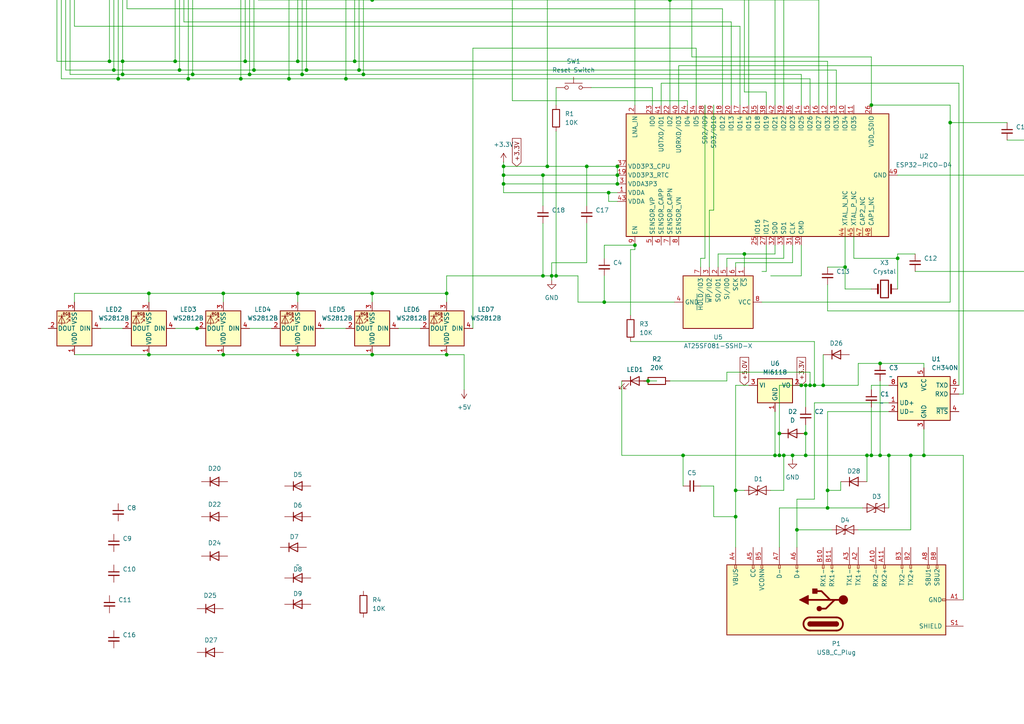
<source format=kicad_sch>
(kicad_sch (version 20231120) (generator "eeschema") (generator_version "8.0")
  (paper "A4")
  (junction (at 74.93 -20.32))
  (junction (at 300.99 -11.43))
  (junction (at 148.59 -49.53))
  (junction (at 38.1 -21.59))
  (junction (at 57.15 -41.91))
  (junction (at 33.02 20.32))
  (junction (at 193.04 -41.91))
  (junction (at 231.14 153.67))
  (junction (at 107.95 102.87))
  (junction (at 140.97 -49.53))
  (junction (at 88.9 20.32))
  (junction (at 74.93 -41.91))
  (junction (at 35.56 21.59))
  (junction (at 146.05 48.26))
  (junction (at 179.07 50.8))
  (junction (at 170.18 48.26))
  (junction (at 72.39 21.59))
  (junction (at 226.06 132.08))
  (junction (at 194.31 -20.32))
  (junction (at 233.68 132.08))
  (junction (at 57.15 -22.86))
  (junction (at 146.05 50.8))
  (junction (at 146.05 53.34))
  (junction (at 43.18 85.09))
  (junction (at 69.85 22.86))
  (junction (at 100.33 22.86))
  (junction (at 275.59 35.56))
  (junction (at 224.79 132.08))
  (junction (at 90.17 -24.13))
  (junction (at 245.11 77.47))
  (junction (at 257.81 132.08))
  (junction (at 213.36 142.24))
  (junction (at 31.75 17.78))
  (junction (at 107.95 -41.91))
  (junction (at 260.35 74.93))
  (junction (at 252.73 30.48))
  (junction (at 38.1 -41.91))
  (junction (at 86.36 85.09))
  (junction (at 129.54 85.09))
  (junction (at 300.99 50.8))
  (junction (at 267.97 132.08))
  (junction (at 184.15 71.12))
  (junction (at 228.6 -17.78))
  (junction (at 223.52 -20.32))
  (junction (at 87.63 21.59))
  (junction (at 64.77 102.87))
  (junction (at 54.61 22.86))
  (junction (at 226.06 125.73))
  (junction (at 300.99 63.5))
  (junction (at 215.9 73.66))
  (junction (at 71.12 17.78))
  (junction (at 252.73 132.08))
  (junction (at 67.31 -62.23))
  (junction (at 255.27 132.08))
  (junction (at 132.08 -44.45))
  (junction (at 240.03 147.32))
  (junction (at 251.46 132.08))
  (junction (at 55.88 21.59))
  (junction (at 158.75 48.26))
  (junction (at 179.07 48.26))
  (junction (at 132.08 -54.61))
  (junction (at 87.63 -41.91))
  (junction (at 104.14 20.32))
  (junction (at 255.27 105.41))
  (junction (at 64.77 85.09))
  (junction (at 261.62 -40.64))
  (junction (at 227.33 132.08))
  (junction (at 148.59 -53.34))
  (junction (at 50.8 17.78))
  (junction (at 107.95 85.09))
  (junction (at 132.08 -68.58))
  (junction (at 241.3 -20.32))
  (junction (at 102.87 17.78))
  (junction (at 85.09 -62.23))
  (junction (at 35.56 17.78))
  (junction (at 198.12 132.08))
  (junction (at 21.59 -21.59))
  (junction (at 179.07 53.34))
  (junction (at 107.95 0))
  (junction (at 232.41 111.76))
  (junction (at 34.29 -62.23))
  (junction (at 83.82 22.86))
  (junction (at 234.95 111.76))
  (junction (at 157.48 50.8))
  (junction (at 233.68 111.76))
  (junction (at 57.15 95.25))
  (junction (at 194.31 0))
  (junction (at 105.41 21.59))
  (junction (at 213.36 149.86))
  (junction (at 251.46 -25.4))
  (junction (at 86.36 102.87))
  (junction (at 160.02 80.01))
  (junction (at 233.68 125.73))
  (junction (at 43.18 102.87))
  (junction (at 52.07 20.32))
  (junction (at 157.48 80.01))
  (junction (at 240.03 142.24))
  (junction (at 229.87 132.08))
  (junction (at 300.99 -20.32))
  (junction (at 73.66 20.32))
  (junction (at 161.29 80.01))
  (junction (at 238.76 111.76))
  (junction (at 300.99 78.74))
  (junction (at 264.16 132.08))
  (junction (at 236.22 111.76))
  (junction (at 193.04 -20.32))
  (junction (at 236.22 -17.78))
  (junction (at 68.58 -62.23))
  (junction (at 129.54 102.87))
  (junction (at 200.66 -25.4))
  (junction (at 54.61 -62.23))
  (junction (at 187.96 110.49))
  (junction (at 107.95 -24.13))
  (junction (at 300.99 40.64))
  (junction (at 175.26 87.63))
  (junction (at 86.36 17.78))
  (junction (at 34.29 22.86))
  (junction (at 176.53 55.88))
  (wire (pts (xy 245.11 68.58) (xy 245.11 77.47)))
  (wire (pts (xy 219.71 -25.4) (xy 224.79 -25.4)))
  (wire (pts (xy 43.18 85.09) (xy 64.77 85.09)))
  (wire (pts (xy 251.46 -25.4) (xy 251.46 -69.85)))
  (wire (pts (xy 57.15 -17.78) (xy 54.61 -17.78)))
  (wire (pts (xy 279.4 173.99) (xy 279.4 132.08)))
  (wire (pts (xy 19.05 -8.89) (xy 19.05 20.32)))
  (wire (pts (xy 207.01 149.86) (xy 213.36 149.86)))
  (wire (pts (xy 86.36 85.09) (xy 107.95 85.09)))
  (wire (pts (xy 292.1 40.64) (xy 300.99 40.64)))
  (wire (pts (xy 25.4 -6.35) (xy 25.4 -21.59)))
  (wire (pts (xy 134.62 102.87) (xy 129.54 102.87)))
  (wire (pts (xy 279.4 19.05) (xy 279.4 114.3)))
  (wire (pts (xy 140.97 -55.88) (xy 140.97 -49.53)))
  (wire (pts (xy 196.85 19.05) (xy 196.85 30.48)))
  (wire (pts (xy 261.62 -40.64) (xy 300.99 -40.64)))
  (wire (pts (xy 184.15 72.39) (xy 184.15 71.12)))
  (wire (pts (xy 265.43 78.74) (xy 300.99 78.74)))
  (wire (pts (xy 57.15 -15.24) (xy 55.88 -15.24)))
  (wire (pts (xy 214.63 7.62) (xy 21.59 7.62)))
  (wire (pts (xy 222.25 71.12) (xy 222.25 78.74)))
  (wire (pts (xy 54.61 -62.23) (xy 67.31 -62.23)))
  (wire (pts (xy 57.15 -22.86) (xy 57.15 -41.91)))
  (wire (pts (xy 243.84 139.7) (xy 243.84 142.24)))
  (wire (pts (xy 220.98 87.63) (xy 275.59 87.63)))
  (wire (pts (xy 115.57 95.25) (xy 121.92 95.25)))
  (wire (pts (xy 86.36 102.87) (xy 64.77 102.87)))
  (wire (pts (xy 132.08 -41.91) (xy 132.08 -44.45)))
  (wire (pts (xy 52.07 20.32) (xy 73.66 20.32)))
  (wire (pts (xy 226.06 125.73) (xy 226.06 132.08)))
  (wire (pts (xy 224.79 73.66) (xy 215.9 73.66)))
  (wire (pts (xy 167.64 87.63) (xy 167.64 80.01)))
  (wire (pts (xy 21.59 -6.35) (xy 25.4 -6.35)))
  (wire (pts (xy 68.58 -62.23) (xy 85.09 -62.23)))
  (wire (pts (xy 87.63 -24.13) (xy 90.17 -24.13)))
  (wire (pts (xy 175.26 80.01) (xy 175.26 87.63)))
  (wire (pts (xy 74.93 -5.08) (xy 78.74 -5.08)))
  (wire (pts (xy 107.95 -11.43) (xy 104.14 -11.43)))
  (wire (pts (xy 236.22 111.76) (xy 238.76 111.76)))
  (wire (pts (xy 175.26 87.63) (xy 195.58 87.63)))
  (wire (pts (xy 176.53 55.88) (xy 179.07 55.88)))
  (wire (pts (xy 238.76 102.87) (xy 238.76 111.76)))
  (wire (pts (xy 223.52 80.01) (xy 232.41 80.01)))
  (wire (pts (xy 209.55 2.54) (xy 36.83 2.54)))
  (wire (pts (xy 100.33 -19.05) (xy 100.33 22.86)))
  (wire (pts (xy 170.18 48.26) (xy 170.18 59.69)))
  (wire (pts (xy 184.15 71.12) (xy 175.26 71.12)))
  (wire (pts (xy 21.59 85.09) (xy 43.18 85.09)))
  (wire (pts (xy 237.49 0) (xy 194.31 0)))
  (wire (pts (xy 180.34 132.08) (xy 198.12 132.08)))
  (wire (pts (xy 255.27 110.49) (xy 255.27 132.08)))
  (wire (pts (xy 213.36 76.2) (xy 213.36 77.47)))
  (wire (pts (xy 215.9 73.66) (xy 208.28 73.66)))
  (wire (pts (xy 57.15 -10.16) (xy 52.07 -10.16)))
  (wire (pts (xy 261.62 -40.64) (xy 261.62 -33.02)))
  (wire (pts (xy 229.87 -24.13) (xy 228.6 -24.13)))
  (wire (pts (xy 300.99 40.64) (xy 300.99 50.8)))
  (wire (pts (xy 17.78 -19.05) (xy 17.78 -62.23)))
  (wire (pts (xy 90.17 -21.59) (xy 85.09 -21.59)))
  (wire (pts (xy 87.63 -41.91) (xy 87.63 -24.13)))
  (wire (pts (xy 194.31 110.49) (xy 210.82 110.49)))
  (wire (pts (xy 73.66 -7.62) (xy 73.66 20.32)))
  (wire (pts (xy 207.01 140.97) (xy 207.01 149.86)))
  (wire (pts (xy 267.97 106.68) (xy 267.97 105.41)))
  (wire (pts (xy 232.41 -24.13) (xy 236.22 -24.13)))
  (wire (pts (xy 148.59 29.21) (xy 199.39 29.21)))
  (wire (pts (xy 180.34 110.49) (xy 180.34 132.08)))
  (wire (pts (xy 16.51 -11.43) (xy 16.51 17.78)))
  (wire (pts (xy 213.36 -41.91) (xy 213.36 -38.1)))
  (wire (pts (xy 146.05 46.99) (xy 146.05 48.26)))
  (wire (pts (xy 240.03 119.38) (xy 257.81 119.38)))
  (wire (pts (xy 275.59 35.56) (xy 292.1 35.56)))
  (wire (pts (xy 190.5 110.49) (xy 187.96 110.49)))
  (wire (pts (xy 217.17 -38.1) (xy 213.36 -38.1)))
  (wire (pts (xy 78.74 -5.08) (xy 78.74 -20.32)))
  (wire (pts (xy 67.31 -62.23) (xy 68.58 -62.23)))
  (wire (pts (xy 232.41 71.12) (xy 232.41 80.01)))
  (wire (pts (xy 182.88 91.44) (xy 182.88 72.39)))
  (wire (pts (xy 300.99 78.74) (xy 300.99 90.17)))
  (wire (pts (xy 38.1 -13.97) (xy 35.56 -13.97)))
  (wire (pts (xy 134.62 113.03) (xy 134.62 102.87)))
  (wire (pts (xy 257.81 132.08) (xy 257.81 147.32)))
  (wire (pts (xy 52.07 -10.16) (xy 52.07 20.32)))
  (wire (pts (xy 226.06 132.08) (xy 227.33 132.08)))
  (wire (pts (xy 132.08 -54.61) (xy 132.08 -44.45)))
  (wire (pts (xy 129.54 80.01) (xy 129.54 85.09)))
  (wire (pts (xy 194.31 -20.32) (xy 223.52 -20.32)))
  (wire (pts (xy 55.88 -15.24) (xy 55.88 21.59)))
  (wire (pts (xy 209.55 -25.4) (xy 200.66 -25.4)))
  (wire (pts (xy 137.16 13.97) (xy 201.93 13.97)))
  (wire (pts (xy 240.03 77.47) (xy 245.11 77.47)))
  (wire (pts (xy 107.95 -21.59) (xy 100.33 -21.59)))
  (wire (pts (xy 71.12 -10.16) (xy 71.12 17.78)))
  (wire (pts (xy 236.22 -24.13) (xy 236.22 -17.78)))
  (wire (pts (xy 252.73 113.03) (xy 252.73 111.76)))
  (wire (pts (xy 157.48 50.8) (xy 179.07 50.8)))
  (wire (pts (xy 267.97 124.46) (xy 267.97 132.08)))
  (wire (pts (xy 213.36 142.24) (xy 215.9 142.24)))
  (wire (pts (xy 255.27 105.41) (xy 248.92 105.41)))
  (wire (pts (xy 93.98 95.25) (xy 100.33 95.25)))
  (wire (pts (xy 68.58 -62.23) (xy 68.58 -60.96)))
  (wire (pts (xy 170.18 76.2) (xy 160.02 76.2)))
  (wire (pts (xy 107.95 0) (xy 74.93 0)))
  (wire (pts (xy 19.05 20.32) (xy 33.02 20.32)))
  (wire (pts (xy 179.07 58.42) (xy 176.53 58.42)))
  (wire (pts (xy 215.9 26.67) (xy 222.25 26.67)))
  (wire (pts (xy 54.61 -20.32) (xy 54.61 -62.23)))
  (wire (pts (xy 203.2 74.93) (xy 203.2 77.47)))
  (wire (pts (xy 224.79 71.12) (xy 224.79 73.66)))
  (wire (pts (xy 252.73 16.51) (xy 252.73 30.48)))
  (wire (pts (xy 241.3 -20.32) (xy 241.3 -17.78)))
  (wire (pts (xy 157.48 80.01) (xy 160.02 80.01)))
  (wire (pts (xy 93.98 -24.13) (xy 90.17 -24.13)))
  (wire (pts (xy 237.49 -40.64) (xy 261.62 -40.64)))
  (wire (pts (xy 227.33 -8.89) (xy 227.33 30.48)))
  (wire (pts (xy 252.73 132.08) (xy 255.27 132.08)))
  (wire (pts (xy 105.41 -16.51) (xy 105.41 21.59)))
  (wire (pts (xy 21.59 -41.91) (xy 38.1 -41.91)))
  (wire (pts (xy 223.52 142.24) (xy 227.33 142.24)))
  (wire (pts (xy 215.9 26.67) (xy 215.9 -53.34)))
  (wire (pts (xy 267.97 105.41) (xy 255.27 105.41)))
  (wire (pts (xy 50.8 -12.7) (xy 50.8 17.78)))
  (wire (pts (xy 260.35 73.66) (xy 260.35 74.93)))
  (wire (pts (xy 229.87 71.12) (xy 229.87 76.2)))
  (wire (pts (xy 158.75 -49.53) (xy 193.04 -49.53)))
  (wire (pts (xy 148.59 -49.53) (xy 148.59 29.21)))
  (wire (pts (xy 222.25 26.67) (xy 222.25 30.48)))
  (wire (pts (xy 200.66 -25.4) (xy 200.66 16.51)))
  (wire (pts (xy 232.41 111.76) (xy 233.68 111.76)))
  (wire (pts (xy 146.05 48.26) (xy 146.05 50.8)))
  (wire (pts (xy 64.77 85.09) (xy 64.77 87.63)))
  (wire (pts (xy 229.87 132.08) (xy 233.68 132.08)))
  (wire (pts (xy 170.18 48.26) (xy 179.07 48.26)))
  (wire (pts (xy 238.76 111.76) (xy 248.92 111.76)))
  (wire (pts (xy 193.04 -44.45) (xy 193.04 -41.91)))
  (wire (pts (xy 240.03 147.32) (xy 240.03 142.24)))
  (wire (pts (xy 237.49 30.48) (xy 237.49 0)))
  (wire (pts (xy 38.1 -41.91) (xy 57.15 -41.91)))
  (wire (pts (xy 232.41 -27.94) (xy 232.41 -24.13)))
  (wire (pts (xy 227.33 142.24) (xy 227.33 132.08)))
  (wire (pts (xy 215.9 -53.34) (xy 222.25 -53.34)))
  (wire (pts (xy 240.03 17.78) (xy 102.87 17.78)))
  (wire (pts (xy 231.14 153.67) (xy 241.3 153.67)))
  (wire (pts (xy 21.59 -21.59) (xy 25.4 -21.59)))
  (wire (pts (xy 189.23 -20.32) (xy 193.04 -20.32)))
  (wire (pts (xy 236.22 116.84) (xy 257.81 116.84)))
  (wire (pts (xy 86.36 17.78) (xy 102.87 17.78)))
  (wire (pts (xy 203.2 140.97) (xy 207.01 140.97)))
  (wire (pts (xy 132.08 -78.74) (xy 132.08 -68.58)))
  (wire (pts (xy 175.26 71.12) (xy 175.26 74.93)))
  (wire (pts (xy 208.28 73.66) (xy 208.28 77.47)))
  (wire (pts (xy 31.75 17.78) (xy 35.56 17.78)))
  (wire (pts (xy 57.15 -22.86) (xy 60.96 -22.86)))
  (wire (pts (xy 300.99 -40.64) (xy 300.99 -20.32)))
  (wire (pts (xy 227.33 -8.89) (xy 222.25 -8.89)))
  (wire (pts (xy 240.03 30.48) (xy 240.03 17.78)))
  (wire (pts (xy 86.36 85.09) (xy 86.36 87.63)))
  (wire (pts (xy 240.03 147.32) (xy 250.19 147.32)))
  (wire (pts (xy 161.29 38.1) (xy 161.29 80.01)))
  (wire (pts (xy 233.68 125.73) (xy 233.68 132.08)))
  (wire (pts (xy 87.63 -16.51) (xy 87.63 21.59)))
  (wire (pts (xy 86.36 -13.97) (xy 86.36 17.78)))
  (wire (pts (xy 71.12 17.78) (xy 86.36 17.78)))
  (wire (pts (xy 196.85 19.05) (xy 279.4 19.05)))
  (wire (pts (xy 251.46 -25.4) (xy 261.62 -25.4)))
  (wire (pts (xy 191.77 24.13) (xy 191.77 30.48)))
  (wire (pts (xy 107.95 -6.35) (xy 107.95 0)))
  (wire (pts (xy 57.15 95.25) (xy 58.42 95.25)))
  (wire (pts (xy 72.39 -12.7) (xy 72.39 21.59)))
  (wire (pts (xy 243.84 142.24) (xy 240.03 142.24)))
  (wire (pts (xy 93.98 -8.89) (xy 93.98 -24.13)))
  (wire (pts (xy 29.21 95.25) (xy 35.56 95.25)))
  (wire (pts (xy 74.93 -12.7) (xy 72.39 -12.7)))
  (wire (pts (xy 100.33 22.86) (xy 234.95 22.86)))
  (wire (pts (xy 17.78 -16.51) (xy 21.59 -16.51)))
  (wire (pts (xy 33.02 -8.89) (xy 33.02 20.32)))
  (wire (pts (xy 41.91 -6.35) (xy 41.91 -21.59)))
  (wire (pts (xy 90.17 -19.05) (xy 83.82 -19.05)))
  (wire (pts (xy 161.29 80.01) (xy 167.64 80.01)))
  (wire (pts (xy 248.92 105.41) (xy 248.92 111.76)))
  (wire (pts (xy 220.98 78.74) (xy 222.25 78.74)))
  (wire (pts (xy 148.59 -60.96) (xy 148.59 -53.34)))
  (wire (pts (xy 275.59 30.48) (xy 275.59 35.56)))
  (wire (pts (xy 73.66 20.32) (xy 88.9 20.32)))
  (wire (pts (xy 146.05 53.34) (xy 179.07 53.34)))
  (wire (pts (xy 251.46 -19.05) (xy 251.46 -25.4)))
  (wire (pts (xy 207.01 60.96) (xy 207.01 30.48)))
  (wire (pts (xy 228.6 -17.78) (xy 228.6 -13.97)))
  (wire (pts (xy 74.93 -20.32) (xy 74.93 -41.91)))
  (wire (pts (xy 74.93 -17.78) (xy 67.31 -17.78)))
  (wire (pts (xy 87.63 -41.91) (xy 107.95 -41.91)))
  (wire (pts (xy 167.64 87.63) (xy 175.26 87.63)))
  (wire (pts (xy 229.87 132.08) (xy 229.87 133.35)))
  (wire (pts (xy 226.06 158.75) (xy 226.06 147.32)))
  (wire (pts (xy 69.85 22.86) (xy 69.85 -15.24)))
  (wire (pts (xy 38.1 -19.05) (xy 34.29 -19.05)))
  (wire (pts (xy 34.29 -16.51) (xy 34.29 22.86)))
  (wire (pts (xy 57.15 -7.62) (xy 60.96 -7.62)))
  (wire (pts (xy 205.74 60.96) (xy 207.01 60.96)))
  (wire (pts (xy 157.48 64.77) (xy 157.48 80.01)))
  (wire (pts (xy 50.8 95.25) (xy 57.15 95.25)))
  (wire (pts (xy 146.05 50.8) (xy 157.48 50.8)))
  (wire (pts (xy 227.33 74.93) (xy 210.82 74.93)))
  (wire (pts (xy 107.95 -8.89) (xy 111.76 -8.89)))
  (wire (pts (xy 236.22 144.78) (xy 236.22 116.84)))
  (wire (pts (xy 35.56 17.78) (xy 35.56 21.59)))
  (wire (pts (xy 224.79 -7.62) (xy 219.71 -7.62)))
  (wire (pts (xy 107.95 -16.51) (xy 105.41 -16.51)))
  (wire (pts (xy 279.4 114.3) (xy 278.13 114.3)))
  (wire (pts (xy 74.93 -20.32) (xy 78.74 -20.32)))
  (wire (pts (xy 200.66 -27.94) (xy 200.66 -25.4)))
  (wire (pts (xy 38.1 -21.59) (xy 38.1 -41.91)))
  (wire (pts (xy 231.14 144.78) (xy 236.22 144.78)))
  (wire (pts (xy 38.1 -6.35) (xy 41.91 -6.35)))
  (wire (pts (xy 17.78 22.86) (xy 34.29 22.86)))
  (wire (pts (xy 64.77 85.09) (xy 86.36 85.09)))
  (wire (pts (xy 232.41 30.48) (xy 232.41 21.59)))
  (wire (pts (xy 278.13 111.76) (xy 278.13 24.13)))
  (wire (pts (xy 111.76 -8.89) (xy 111.76 -24.13)))
  (wire (pts (xy 194.31 0) (xy 107.95 0)))
  (wire (pts (xy 212.09 30.48) (xy 212.09 6.35)))
  (wire (pts (xy 257.81 132.08) (xy 264.16 132.08)))
  (wire (pts (xy 100.33 -21.59) (xy 100.33 -62.23)))
  (wire (pts (xy 57.15 -12.7) (xy 50.8 -12.7)))
  (wire (pts (xy 60.96 -7.62) (xy 60.96 -22.86)))
  (wire (pts (xy 137.16 95.25) (xy 137.16 13.97)))
  (wire (pts (xy 217.17 -5.08) (xy 217.17 30.48)))
  (wire (pts (xy 140.97 -49.53) (xy 148.59 -49.53)))
  (wire (pts (xy 213.36 149.86) (xy 213.36 158.75)))
  (wire (pts (xy 224.79 -7.62) (xy 224.79 30.48)))
  (wire (pts (xy 107.95 -19.05) (xy 100.33 -19.05)))
  (wire (pts (xy 182.88 99.06) (xy 236.22 99.06)))
  (wire (pts (xy 72.39 95.25) (xy 78.74 95.25)))
  (wire (pts (xy 146.05 55.88) (xy 176.53 55.88)))
  (wire (pts (xy 251.46 139.7) (xy 251.46 132.08)))
  (wire (pts (xy 264.16 132.08) (xy 267.97 132.08)))
  (wire (pts (xy 107.95 -41.91) (xy 107.95 -24.13)))
  (wire (pts (xy 231.14 153.67) (xy 231.14 144.78)))
  (wire (pts (xy 160.02 80.01) (xy 161.29 80.01)))
  (wire (pts (xy 90.17 -11.43) (xy 88.9 -11.43)))
  (wire (pts (xy 223.52 -20.32) (xy 223.52 -17.78)))
  (wire (pts (xy 74.93 -10.16) (xy 71.12 -10.16)))
  (wire (pts (xy 140.97 -63.5) (xy 140.97 -68.58)))
  (wire (pts (xy 194.31 -33.02) (xy 194.31 -20.32)))
  (wire (pts (xy 83.82 22.86) (xy 100.33 22.86)))
  (wire (pts (xy 107.95 102.87) (xy 86.36 102.87)))
  (wire (pts (xy 210.82 74.93) (xy 210.82 77.47)))
  (wire (pts (xy 129.54 80.01) (xy 157.48 80.01)))
  (wire (pts (xy 264.16 153.67) (xy 264.16 132.08)))
  (wire (pts (xy 21.59 -19.05) (xy 17.78 -19.05)))
  (wire (pts (xy 233.68 111.76) (xy 234.95 111.76)))
  (wire (pts (xy 85.09 -21.59) (xy 85.09 -62.23)))
  (wire (pts (xy 74.93 -41.91) (xy 87.63 -41.91)))
  (wire (pts (xy 265.43 73.66) (xy 260.35 73.66)))
  (wire (pts (xy 224.79 119.38) (xy 224.79 132.08)))
  (wire (pts (xy 43.18 102.87) (xy 21.59 102.87)))
  (wire (pts (xy 229.87 -27.94) (xy 229.87 -24.13)))
  (wire (pts (xy 35.56 21.59) (xy 55.88 21.59)))
  (wire (pts (xy 105.41 21.59) (xy 232.41 21.59)))
  (wire (pts (xy 102.87 -13.97) (xy 107.95 -13.97)))
  (wire (pts (xy 240.03 90.17) (xy 300.99 90.17)))
  (wire (pts (xy 21.59 -21.59) (xy 21.59 -41.91)))
  (wire (pts (xy 20.32 21.59) (xy 35.56 21.59)))
  (wire (pts (xy 54.61 -17.78) (xy 54.61 22.86)))
  (wire (pts (xy 38.1 -11.43) (xy 31.75 -11.43)))
  (wire (pts (xy 179.07 53.34) (xy 179.07 50.8)))
  (wire (pts (xy 88.9 20.32) (xy 104.14 20.32)))
  (wire (pts (xy 245.11 83.82) (xy 252.73 83.82)))
  (wire (pts (xy 90.17 -8.89) (xy 93.98 -8.89)))
  (wire (pts (xy 198.12 140.97) (xy 198.12 132.08)))
  (wire (pts (xy 55.88 21.59) (xy 72.39 21.59)))
  (wire (pts (xy 228.6 -24.13) (xy 228.6 -17.78)))
  (wire (pts (xy 260.35 50.8) (xy 300.99 50.8)))
  (wire (pts (xy 275.59 35.56) (xy 275.59 87.63)))
  (wire (pts (xy 104.14 20.32) (xy 242.57 20.32)))
  (wire (pts (xy 87.63 -16.51) (xy 90.17 -16.51)))
  (wire (pts (xy 233.68 132.08) (xy 251.46 132.08)))
  (wire (pts (xy 209.55 -40.64) (xy 217.17 -40.64)))
  (wire (pts (xy 199.39 30.48) (xy 199.39 29.21)))
  (wire (pts (xy 227.33 71.12) (xy 227.33 74.93)))
  (wire (pts (xy 176.53 58.42) (xy 176.53 55.88)))
  (wire (pts (xy 57.15 -41.91) (xy 74.93 -41.91)))
  (wire (pts (xy 17.78 -16.51) (xy 17.78 22.86)))
  (wire (pts (xy 38.1 -16.51) (xy 34.29 -16.51)))
  (wire (pts (xy 219.71 -7.62) (xy 219.71 -25.4)))
  (wire (pts (xy 90.17 -5.08) (xy 217.17 -5.08)))
  (wire (pts (xy 260.35 74.93) (xy 260.35 83.82)))
  (wire (pts (xy 34.29 -62.23) (xy 54.61 -62.23)))
  (wire (pts (xy 233.68 123.19) (xy 233.68 125.73)))
  (wire (pts (xy 170.18 64.77) (xy 170.18 76.2)))
  (wire (pts (xy 90.17 -6.35) (xy 90.17 -5.08)))
  (wire (pts (xy 17.78 -62.23) (xy 34.29 -62.23)))
  (wire (pts (xy 160.02 80.01) (xy 160.02 81.28)))
  (wire (pts (xy 72.39 21.59) (xy 87.63 21.59)))
  (wire (pts (xy 255.27 132.08) (xy 257.81 132.08)))
  (wire (pts (xy 242.57 30.48) (xy 242.57 20.32)))
  (wire (pts (xy 74.93 -7.62) (xy 73.66 -7.62)))
  (wire (pts (xy 161.29 25.4) (xy 161.29 30.48)))
  (wire (pts (xy 104.14 -11.43) (xy 104.14 20.32)))
  (wire (pts (xy 300.99 63.5) (xy 300.99 78.74)))
  (wire (pts (xy 38.1 -8.89) (xy 33.02 -8.89)))
  (wire (pts (xy 193.04 -41.91) (xy 193.04 -20.32)))
  (wire (pts (xy 209.55 30.48) (xy 209.55 2.54)))
  (wire (pts (xy 252.73 30.48) (xy 275.59 30.48)))
  (wire (pts (xy 35.56 -13.97) (xy 35.56 17.78)))
  (wire (pts (xy 204.47 -69.85) (xy 204.47 -38.1)))
  (wire (pts (xy 132.08 -68.58) (xy 140.97 -68.58)))
  (wire (pts (xy 111.76 -24.13) (xy 107.95 -24.13)))
  (wire (pts (xy 234.95 111.76) (xy 236.22 111.76)))
  (wire (pts (xy 227.33 132.08) (xy 229.87 132.08)))
  (wire (pts (xy 204.47 30.48) (xy 204.47 74.93)))
  (wire (pts (xy 107.95 85.09) (xy 107.95 87.63)))
  (wire (pts (xy 34.29 22.86) (xy 54.61 22.86)))
  (wire (pts (xy 139.7 -49.53) (xy 140.97 -49.53)))
  (wire (pts (xy 217.17 111.76) (xy 213.36 111.76)))
  (wire (pts (xy 158.75 48.26) (xy 170.18 48.26)))
  (wire (pts (xy 182.88 72.39) (xy 184.15 72.39)))
  (wire (pts (xy 160.02 76.2) (xy 160.02 80.01)))
  (wire (pts (xy 229.87 76.2) (xy 213.36 76.2)))
  (wire (pts (xy 213.36 -41.91) (xy 193.04 -41.91)))
  (wire (pts (xy 157.48 59.69) (xy 157.48 50.8)))
  (wire (pts (xy 226.06 147.32) (xy 240.03 147.32)))
  (wire (pts (xy 191.77 24.13) (xy 278.13 24.13)))
  (wire (pts (xy 33.02 20.32) (xy 52.07 20.32)))
  (wire (pts (xy 74.93 -2.54) (xy 74.93 0)))
  (wire (pts (xy 54.61 22.86) (xy 69.85 22.86)))
  (wire (pts (xy 69.85 22.86) (xy 83.82 22.86)))
  (wire (pts (xy 129.54 102.87) (xy 107.95 102.87)))
  (wire (pts (xy 251.46 132.08) (xy 252.73 132.08)))
  (wire (pts (xy 224.79 132.08) (xy 226.06 132.08)))
  (wire (pts (xy 132.08 -54.61) (xy 132.08 -68.58)))
  (wire (pts (xy 198.12 132.08) (xy 224.79 132.08)))
  (wire (pts (xy 215.9 73.66) (xy 215.9 77.47)))
  (wire (pts (xy 50.8 17.78) (xy 71.12 17.78)))
  (wire (pts (xy 209.55 -25.4) (xy 209.55 -40.64)))
  (wire (pts (xy 129.54 85.09) (xy 129.54 87.63)))
  (wire (pts (xy 83.82 -19.05) (xy 83.82 22.86)))
  (wire (pts (xy 300.99 -11.43) (xy 300.99 40.64)))
  (wire (pts (xy 87.63 21.59) (xy 105.41 21.59)))
  (wire (pts (xy 205.74 77.47) (xy 205.74 60.96)))
  (wire (pts (xy 251.46 -11.43) (xy 300.99 -11.43)))
  (wire (pts (xy 38.1 -21.59) (xy 41.91 -21.59)))
  (wire (pts (xy 226.06 125.73) (xy 226.06 111.76)))
  (wire (pts (xy 43.18 85.09) (xy 43.18 87.63)))
  (wire (pts (xy 231.14 158.75) (xy 231.14 153.67)))
  (wire (pts (xy 53.34 6.35) (xy 53.34 -5.08)))
  (wire (pts (xy 233.68 118.11) (xy 233.68 111.76)))
  (wire (pts (xy 247.65 74.93) (xy 260.35 74.93)))
  (wire (pts (xy 148.59 -53.34) (xy 148.59 -49.53)))
  (wire (pts (xy 234.95 30.48) (xy 234.95 22.86)))
  (wire (pts (xy 236.22 -17.78) (xy 236.22 -13.97)))
  (wire (pts (xy 146.05 53.34) (xy 146.05 55.88)))
  (wire (pts (xy 85.09 -62.23) (xy 100.33 -62.23)))
  (wire (pts (xy 224.79 -27.94) (xy 224.79 -25.4)))
  (wire (pts (xy 189.23 30.48) (xy 189.23 25.4)))
  (wire (pts (xy 251.46 -69.85) (xy 204.47 -69.85)))
  (wire (pts (xy 234.95 107.95) (xy 234.95 111.76)))
  (wire (pts (xy 184.15 -20.32) (xy 184.15 30.48)))
  (wire (pts (xy 223.52 -20.32) (xy 241.3 -20.32)))
  (wire (pts (xy 247.65 68.58) (xy 247.65 74.93)))
  (wire (pts (xy 146.05 48.26) (xy 158.75 48.26)))
  (wire (pts (xy 214.63 30.48) (xy 214.63 7.62)))
  (wire (pts (xy 21.59 85.09) (xy 21.59 87.63)))
  (wire (pts (xy 64.77 102.87) (xy 43.18 102.87)))
  (wire (pts (xy 213.36 142.24) (xy 213.36 149.86)))
  (wire (pts (xy 35.56 17.78) (xy 50.8 17.78)))
  (wire (pts (xy 102.87 17.78) (xy 102.87 -13.97)))
  (wire (pts (xy 245.11 77.47) (xy 245.11 83.82)))
  (wire (pts (xy 90.17 -13.97) (xy 86.36 -13.97)))
  (wire (pts (xy 240.03 142.24) (xy 240.03 119.38)))
  (wire (pts (xy 158.75 -49.53) (xy 158.75 48.26)))
  (wire (pts (xy 107.95 -41.91) (xy 132.08 -41.91)))
  (wire (pts (xy 21.59 -11.43) (xy 16.51 -11.43)))
  (wire (pts (xy 171.45 25.4) (xy 189.23 25.4)))
  (wire (pts (xy 36.83 -3.81) (xy 38.1 -3.81)))
  (wire (pts (xy 300.99 -20.32) (xy 300.99 -11.43)))
  (wire (pts (xy 200.66 -33.02) (xy 194.31 -33.02)))
  (wire (pts (xy 53.34 -5.08) (xy 57.15 -5.08)))
  (wire (pts (xy 34.29 -19.05) (xy 34.29 -62.23)))
  (wire (pts (xy 210.82 110.49) (xy 210.82 107.95)))
  (wire (pts (xy 21.59 -13.97) (xy 20.32 -13.97)))
  (wire (pts (xy 210.82 107.95) (xy 234.95 107.95)))
  (wire (pts (xy 67.31 -62.23) (xy 67.31 -17.78)))
  (wire (pts (xy 201.93 30.48) (xy 201.93 13.97)))
  (wire (pts (xy 36.83 2.54) (xy 36.83 -3.81)))
  (wire (pts (xy 193.04 -20.32) (xy 194.31 -20.32)))
  (wire (pts (xy 236.22 99.06) (xy 236.22 111.76)))
  (wire (pts (xy 21.59 -3.81) (xy 21.59 7.62)))
  (wire (pts (xy 248.92 153.67) (xy 264.16 153.67)))
  (wire (pts (xy 252.73 118.11) (xy 252.73 132.08)))
  (wire (pts (xy 267.97 132.08) (xy 279.4 132.08)))
  (wire (pts (xy 16.51 17.78) (xy 31.75 17.78)))
  (wire (pts (xy 194.31 30.48) (xy 194.31 0)))
  (wire (pts (xy 212.09 6.35) (xy 53.34 6.35)))
  (wire (pts (xy 241.3 -20.32) (xy 300.99 -20.32)))
  (wire (pts (xy 146.05 50.8) (xy 146.05 53.34)))
  (wire (pts (xy 204.47 74.93) (xy 203.2 74.93)))
  (wire (pts (xy 21.59 -8.89) (xy 19.05 -8.89)))
  (wire (pts (xy 88.9 -11.43) (xy 88.9 20.32)))
  (wire (pts (xy 252.73 111.76) (xy 257.81 111.76)))
  (wire (pts (xy 213.36 111.76) (xy 213.36 142.24)))
  (wire (pts (xy 179.07 48.26) (xy 179.07 50.8)))
  (wire (pts (xy 222.25 -8.89) (xy 222.25 -27.94)))
  (wire (pts (xy 31.75 -11.43) (xy 31.75 17.78)))
  (wire (pts (xy 300.99 63.5) (xy 300.99 50.8)))
  (wire (pts (xy 57.15 -20.32) (xy 54.61 -20.32)))
  (wire (pts (xy 69.85 -15.24) (xy 74.93 -15.24)))
  (wire (pts (xy 107.95 85.09) (xy 129.54 85.09)))
  (wire (pts (xy 240.03 82.55) (xy 240.03 90.17)))
  (wire (pts (xy 200.66 16.51) (xy 252.73 16.51)))
  (wire (pts (xy 226.06 111.76) (xy 232.41 111.76)))
  (wire (pts (xy 20.32 -13.97) (xy 20.32 21.59)))
  (wire (pts (xy 186.69 110.49) (xy 187.96 110.49)))
  (global_label "+3.3V" (shape input) (at 149.86 48.26 90) (property "Intersheetrefs" "${INTERSHEET_REFS}" (effects (hide yes))))
  (global_label "+5.0V" (shape input) (at 215.9 111.76 90) (property "Intersheetrefs" "${INTERSHEET_REFS}" (effects (hide yes))))
  (global_label "+3.3V" (shape input) (at 232.41 111.76 90) (property "Intersheetrefs" "${INTERSHEET_REFS}" (effects (hide yes))))
  (symbol (lib_id "Device:C_Small") (at 170.18 62.23 0) (unit 1)
    (property "Reference" "C17" (at 172.72 60.9662 0) (effects (justify left)))
    (property "Value" "C_Small" (effects (hide yes)))
    (property "Description" "Unpolarized capacitor, small symbol" (effects (hide yes)))
  )
  (symbol (lib_id "Diode:SD05_SOD323") (at 219.71 142.24 0) (unit 1)
    (property "Reference" "D1" (at 219.964 138.938 0))
    (property "Value" "SD05_SOD323" (effects (hide yes)))
    (property "Footprint" "Diode_SMD:D_0201_0603Metric" (effects (hide yes)))
    (property "Datasheet" "https://www.littelfuse.com/~/media/electronics/datasheets/tvs_diode_arrays/littelfuse_tvs_diode_array_sd_c_datasheet.pdf.pdf" (effects (hide yes)))
    (property "Description" "5V, 450W Discrete Bidirectional TVS Diode, SOD-323" (effects (hide yes)))
  )
  (symbol (lib_id "Device:C_Small") (at 252.73 115.57 0) (unit 1)
    (property "Reference" "C1" (at 255.27 114.3062 0) (effects (justify left)))
    (property "Value" "~" (at 255.27 116.8462 0) (effects (justify left)))
    (property "Description" "Unpolarized capacitor, small symbol" (effects (hide yes)))
  )
  (symbol (lib_id "Transistor_FET:AO3401A") (at 134.62 -49.53 180) (unit 1)
    (property "Reference" "Q2" (at 128.27 -50.8001 0) (effects (justify left)))
    (property "Value" "AO3401A" (at 128.27 -48.2601 0) (effects (justify left)))
    (property "Footprint" "Package_TO_SOT_SMD:SOT-23" (effects (hide yes)))
    (property "Datasheet" "http://www.aosmd.com/pdfs/datasheet/AO3401A.pdf" (effects (hide yes)))
    (property "Description" "-4.0A Id, -30V Vds, P-Channel MOSFET, SOT-23" (effects (hide yes)))
  )
  (symbol (lib_id "Device:C_Small") (at 34.29 148.59 0) (unit 1)
    (property "Reference" "C8" (at 36.83 147.3262 0) (effects (justify left)))
    (property "Value" "C_Small" (effects (hide yes)))
    (property "Description" "Unpolarized capacitor, small symbol" (effects (hide yes)))
  )
  (symbol (lib_id "LED:WS2812B") (at 64.77 95.25 180) (unit 1)
    (property "Reference" "LED4" (at 76.2 89.7538 0))
    (property "Value" "WS2812B" (at 76.2 92.2938 0))
    (property "Footprint" "LED_SMD:LED_WS2812B_PLCC4_5.0x5.0mm_P3.2mm" (effects (hide yes)))
    (property "Datasheet" "https://cdn-shop.adafruit.com/datasheets/WS2812B.pdf" (effects (hide yes)))
    (property "Description" "RGB LED with integrated controller" (effects (hide yes)))
  )
  (symbol (lib_id "LED:WS2812B") (at 86.36 95.25 180) (unit 1)
    (property "Reference" "LED5" (at 97.79 89.7538 0))
    (property "Value" "WS2812B" (at 97.79 92.2938 0))
    (property "Footprint" "LED_SMD:LED_WS2812B_PLCC4_5.0x5.0mm_P3.2mm" (effects (hide yes)))
    (property "Datasheet" "https://cdn-shop.adafruit.com/datasheets/WS2812B.pdf" (effects (hide yes)))
    (property "Description" "RGB LED with integrated controller" (effects (hide yes)))
  )
  (symbol (lib_id "Device:D") (at 229.87 125.73 0) (unit 1)
    (property "Reference" "D2" (at 229.87 119.38 0))
    (property "Value" "D" (at 229.87 121.92 0))
    (property "Description" "Diode" (effects (hide yes)))
    (property "Sim.Device" "D" (effects (hide yes)))
    (property "Sim.Pins" "1=K 2=A" (effects (hide yes)))
  )
  (symbol (lib_id "Device:Battery_Cell") (at 261.62 -30.48 180) (unit 1)
    (property "Reference" "BT1" (at 265.43 -29.9086 0) (effects (justify right)))
    (property "Value" "Battery_Cell" (at 265.43 -27.3686 0) (effects (justify right)))
    (property "Description" "Single-cell battery" (effects (hide yes)))
  )
  (symbol (lib_id "Device:C_Small") (at 33.02 157.48 0) (unit 1)
    (property "Reference" "C9" (at 35.56 156.2162 0) (effects (justify left)))
    (property "Value" "C_Small" (effects (hide yes)))
    (property "Description" "Unpolarized capacitor, small symbol" (effects (hide yes)))
  )
  (symbol (lib_id "Device:D") (at 86.36 140.97 0) (unit 1)
    (property "Reference" "D5" (at 86.36 137.668 0))
    (property "Value" "D" (effects (hide yes)))
    (property "Description" "Diode" (effects (hide yes)))
    (property "Sim.Device" "D" (effects (hide yes)))
    (property "Sim.Pins" "1=K 2=A" (effects (hide yes)))
  )
  (symbol (lib_id "Device:R") (at 140.97 -59.69 180) (unit 1)
    (property "Reference" "R6" (at 143.51 -60.9601 0) (effects (justify right)))
    (property "Value" "10K" (at 143.51 -58.4201 0) (effects (justify right)))
    (property "Description" "Resistor" (effects (hide yes)))
  )
  (symbol (lib_id "Device:C_Small") (at 33.02 185.42 0) (unit 1)
    (property "Reference" "C16" (at 35.56 184.1562 0) (effects (justify left)))
    (property "Value" "C_Small" (effects (hide yes)))
    (property "Description" "Unpolarized capacitor, small symbol" (effects (hide yes)))
  )
  (symbol (lib_id "power:GND") (at 229.87 133.35 0) (unit 1)
    (property "Reference" "#PWR01" (effects (hide yes)))
    (property "Value" "GND" (at 229.87 138.43 0))
    (property "Description" "Power symbol creates a global label with name \"GND\" , ground" (effects (hide yes)))
  )
  (symbol (lib_id "Connector:USB_C_Plug") (at 238.76 173.99 90) (unit 1)
    (property "Reference" "P1" (at 242.57 186.69 90))
    (property "Value" "USB_C_Plug" (at 242.57 189.23 90))
    (property "Footprint" "Connector_USB:USB_C_Receptacle_GCT_USB4105-xx-A_16P_TopMnt_Horizontal" (effects (hide yes)))
    (property "Datasheet" "https://www.usb.org/sites/default/files/documents/usb_type-c.zip" (effects (hide yes)))
    (property "Description" "USB Type-C Plug connector" (effects (hide yes)))
  )
  (symbol (lib_id "Device:D") (at 62.23 139.7 0) (unit 1)
    (property "Reference" "D20" (at 62.23 135.89 0))
    (property "Value" "D" (effects (hide yes)))
    (property "Description" "Diode" (effects (hide yes)))
    (property "Sim.Device" "D" (effects (hide yes)))
    (property "Sim.Pins" "1=K 2=A" (effects (hide yes)))
  )
  (symbol (lib_id "Device:R") (at 105.41 175.26 0) (unit 1)
    (property "Reference" "R4" (at 107.95 173.9899 0) (effects (justify left)))
    (property "Value" "10K" (at 107.95 176.5299 0) (effects (justify left)))
    (property "Description" "Resistor" (effects (hide yes)))
  )
  (symbol (lib_id "Device:R") (at 182.88 95.25 0) (unit 1)
    (property "Reference" "R3" (at 185.42 93.9799 0) (effects (justify left)))
    (property "Value" "10K" (at 185.42 96.5199 0) (effects (justify left)))
    (property "Description" "Resistor" (effects (hide yes)))
  )
  (symbol (lib_id "Device:LED") (at 184.15 110.49 0) (unit 1)
    (property "Reference" "LED1" (at 184.15 107.188 0))
    (property "Value" "LED" (effects (hide yes)))
    (property "Description" "Light emitting diode" (effects (hide yes)))
  )
  (symbol (lib_id "Device:C_Small") (at 233.68 120.65 0) (unit 1)
    (property "Reference" "C2" (at 236.22 119.3862 0) (effects (justify left)))
    (property "Value" "C_Small" (effects (hide yes)))
    (property "Description" "Unpolarized capacitor, small symbol" (effects (hide yes)))
  )
  (symbol (lib_id "Device:C_Small") (at 265.43 76.2 0) (unit 1)
    (property "Reference" "C12" (at 267.97 74.9362 0) (effects (justify left)))
    (property "Value" "C_Small" (effects (hide yes)))
    (property "Description" "Unpolarized capacitor, small symbol" (effects (hide yes)))
  )
  (symbol (lib_id "LED:WS2812B") (at 43.18 95.25 180) (unit 1)
    (property "Reference" "LED3" (at 54.61 89.7538 0))
    (property "Value" "WS2812B" (at 54.61 92.2938 0))
    (property "Footprint" "LED_SMD:LED_WS2812B_PLCC4_5.0x5.0mm_P3.2mm" (effects (hide yes)))
    (property "Datasheet" "https://cdn-shop.adafruit.com/datasheets/WS2812B.pdf" (effects (hide yes)))
    (property "Description" "RGB LED with integrated controller" (effects (hide yes)))
  )
  (symbol (lib_id "Regulator_Linear:AP1117-33") (at 224.79 111.76 0) (unit 1)
    (property "Reference" "U6" (at 224.79 105.41 0))
    (property "Value" "MI6118" (at 224.79 107.95 0))
    (property "Footprint" "Package_TO_SOT_SMD:SOT-223-3_TabPin2" (effects (hide yes)))
    (property "Datasheet" "http://www.diodes.com/datasheets/AP1117.pdf" (effects (hide yes)))
    (property "Description" "1A Low Dropout regulator, positive, 3.3V fixed output, SOT-223" (effects (hide yes)))
  )
  (symbol (lib_id "Device:D") (at 60.96 176.53 0) (unit 1)
    (property "Reference" "D25" (at 60.96 172.72 0))
    (property "Value" "D" (effects (hide yes)))
    (property "Description" "Diode" (effects (hide yes)))
    (property "Sim.Device" "D" (effects (hide yes)))
    (property "Sim.Pins" "1=K 2=A" (effects (hide yes)))
  )
  (symbol (lib_id "Device:D") (at 86.36 149.86 0) (unit 1)
    (property "Reference" "D6" (at 86.36 146.558 0))
    (property "Value" "D" (effects (hide yes)))
    (property "Description" "Diode" (effects (hide yes)))
    (property "Sim.Device" "D" (effects (hide yes)))
    (property "Sim.Pins" "1=K 2=A" (effects (hide yes)))
  )
  (symbol (lib_id "Device:R") (at 190.5 110.49 90) (unit 1)
    (property "Reference" "R2" (at 190.5 104.14 90))
    (property "Value" "20K" (at 190.5 106.68 90))
    (property "Description" "Resistor" (effects (hide yes)))
  )
  (symbol (lib_id "Device:C_Small") (at 175.26 77.47 0) (unit 1)
    (property "Reference" "C4" (at 177.8 76.2062 0) (effects (justify left)))
    (property "Value" "C_Small" (effects (hide yes)))
    (property "Description" "Unpolarized capacitor, small symbol" (effects (hide yes)))
  )
  (symbol (lib_id "Device:Crystal") (at 232.41 -13.97 0) (unit 1)
    (property "Reference" "X1" (at 232.41 -21.59 0))
    (property "Value" "Crystal" (at 232.41 -19.05 0))
    (property "Description" "Two pin crystal" (effects (hide yes)))
  )
  (symbol (lib_id "Connector:Conn_Coaxial_Small") (at 186.69 -20.32 0) (unit 1)
    (property "Reference" "J1" (at 186.1704 -26.67 0))
    (property "Value" "Conn_Coaxial_Small" (at 186.1704 -24.13 0))
    (property "Datasheet" " ~" (effects (hide yes)))
    (property "Description" "small coaxial connector (BNC, SMA, SMB, SMC, Cinch/RCA, LEMO, ...)" (effects (hide yes)))
  )
  (symbol (lib_id "Connector:Conn_01x08_Socket") (at 113.03 -16.51 0) (unit 1)
    (property "Reference" "FPC5" (at 114.3 -16.5101 0) (effects (justify left)))
    (property "Value" "Conn_01x08_Socket" (effects (hide yes)))
    (property "Description" "Generic connector, single row, 01x08, script generated" (effects (hide yes)))
  )
  (symbol (lib_id "Device:C_Small") (at 157.48 62.23 0) (unit 1)
    (property "Reference" "C18" (at 160.02 60.9662 0) (effects (justify left)))
    (property "Value" "C_Small" (effects (hide yes)))
    (property "Description" "Unpolarized capacitor, small symbol" (effects (hide yes)))
  )
  (symbol (lib_id "Device:D") (at 247.65 139.7 0) (unit 1)
    (property "Reference" "D28" (at 247.65 136.652 0))
    (property "Value" "D" (effects (hide yes)))
    (property "Description" "Diode" (effects (hide yes)))
    (property "Sim.Device" "D" (effects (hide yes)))
    (property "Sim.Pins" "1=K 2=A" (effects (hide yes)))
  )
  (symbol (lib_id "Device:D") (at 62.23 161.29 0) (unit 1)
    (property "Reference" "D24" (at 62.23 157.48 0))
    (property "Value" "D" (effects (hide yes)))
    (property "Description" "Diode" (effects (hide yes)))
    (property "Sim.Device" "D" (effects (hide yes)))
    (property "Sim.Pins" "1=K 2=A" (effects (hide yes)))
  )
  (symbol (lib_id "Diode:SD05_SOD323") (at 254 147.32 0) (unit 1)
    (property "Reference" "D3" (at 254.254 144.018 0))
    (property "Value" "SD05_SOD323" (effects (hide yes)))
    (property "Footprint" "Diode_SMD:D_0201_0603Metric" (effects (hide yes)))
    (property "Datasheet" "https://www.littelfuse.com/~/media/electronics/datasheets/tvs_diode_arrays/littelfuse_tvs_diode_array_sd_c_datasheet.pdf.pdf" (effects (hide yes)))
    (property "Description" "5V, 450W Discrete Bidirectional TVS Diode, SOD-323" (effects (hide yes)))
  )
  (symbol (lib_id "power:GND") (at 300.99 63.5 0) (unit 1)
    (property "Reference" "#PWR02" (effects (hide yes)))
    (property "Value" "GND" (at 300.99 68.58 0))
    (property "Description" "Power symbol creates a global label with name \"GND\" , ground" (effects (hide yes)))
  )
  (symbol (lib_id "Device:C_Small") (at 292.1 38.1 0) (unit 1)
    (property "Reference" "C15" (at 294.64 36.8362 0) (effects (justify left)))
    (property "Value" "C_Small" (effects (hide yes)))
    (property "Description" "Unpolarized capacitor, small symbol" (effects (hide yes)))
  )
  (symbol (lib_id "Device:C_Small") (at 255.27 107.95 0) (unit 1)
    (property "Reference" "C3" (at 257.81 106.6862 0) (effects (justify left)))
    (property "Value" "~" (at 257.81 109.2262 0) (effects (justify left)))
    (property "Description" "Unpolarized capacitor, small symbol" (effects (hide yes)))
  )
  (symbol (lib_id "Device:C_Small") (at 193.04 -46.99 0) (unit 1)
    (property "Reference" "C19" (at 195.58 -48.2538 0) (effects (justify left)))
    (property "Value" "C_Small" (effects (hide yes)))
    (property "Description" "Unpolarized capacitor, small symbol" (effects (hide yes)))
  )
  (symbol (lib_id "Device:C_Small") (at 240.03 80.01 0) (unit 1)
    (property "Reference" "C13" (at 242.57 78.7462 0) (effects (justify left)))
    (property "Value" "C_Small" (effects (hide yes)))
    (property "Description" "Unpolarized capacitor, small symbol" (effects (hide yes)))
  )
  (symbol (lib_id "LED:WS2812B") (at 107.95 95.25 180) (unit 1)
    (property "Reference" "LED6" (at 119.38 89.7538 0))
    (property "Value" "WS2812B" (at 119.38 92.2938 0))
    (property "Footprint" "LED_SMD:LED_WS2812B_PLCC4_5.0x5.0mm_P3.2mm" (effects (hide yes)))
    (property "Datasheet" "https://cdn-shop.adafruit.com/datasheets/WS2812B.pdf" (effects (hide yes)))
    (property "Description" "RGB LED with integrated controller" (effects (hide yes)))
  )
  (symbol (lib_id "LED:WS2812B") (at 21.59 95.25 180) (unit 1)
    (property "Reference" "LED2" (at 33.02 89.7538 0))
    (property "Value" "WS2812B" (at 33.02 92.2938 0))
    (property "Footprint" "LED_SMD:LED_WS2812B_PLCC4_5.0x5.0mm_P3.2mm" (effects (hide yes)))
    (property "Datasheet" "https://cdn-shop.adafruit.com/datasheets/WS2812B.pdf" (effects (hide yes)))
    (property "Description" "RGB LED with integrated controller" (effects (hide yes)))
  )
  (symbol (lib_id "power:+3.3V") (at 132.08 -78.74 0) (unit 1)
    (property "Reference" "#PWR07" (effects (hide yes)))
    (property "Value" "+3.3V" (at 132.08 -83.82 0))
    (property "Description" "Power symbol creates a global label with name \"+3.3V\"" (effects (hide yes)))
  )
  (symbol (lib_id "Device:D") (at 242.57 102.87 0) (unit 1)
    (property "Reference" "D26" (at 242.57 99.568 0))
    (property "Value" "D" (effects (hide yes)))
    (property "Description" "Diode" (effects (hide yes)))
    (property "Sim.Device" "D" (effects (hide yes)))
    (property "Sim.Pins" "1=K 2=A" (effects (hide yes)))
  )
  (symbol (lib_id "Device:C_Small") (at 226.06 -17.78 90) (unit 1)
    (property "Reference" "C7" (at 226.0663 -21.59 90))
    (property "Value" "~" (at 226.0663 -20.32 90))
    (property "Description" "Unpolarized capacitor, small symbol" (effects (hide yes)))
  )
  (symbol (lib_id "MCU_Espressif:ESP32-PICO-D4") (at 219.71 50.8 90) (unit 1)
    (property "Reference" "U2" (at 267.97 45.3038 90))
    (property "Value" "ESP32-PICO-D4" (at 267.97 47.8438 90))
    (property "Footprint" "Package_DFN_QFN:QFN-48-1EP_7x7mm_P0.5mm_EP5.3x5.3mm" (effects (hide yes)))
    (property "Datasheet" "https://www.espressif.com/sites/default/files/documentation/esp32-pico-d4_datasheet_en.pdf" (effects (hide yes)))
    (property "Description" "RF Module, ESP32 SoC, Wi-Fi 802.11b/g/n, Bluetooth, BLE, 32-bit, 2.7-3.6V, external antenna, QFN-48" (effects (hide yes)))
  )
  (symbol (lib_id "Connector:Conn_01x08_Socket") (at 62.23 -15.24 0) (unit 1)
    (property "Reference" "FPC1" (at 63.5 -15.2401 0) (effects (justify left)))
    (property "Value" "Conn_01x08_Socket" (effects (hide yes)))
    (property "Description" "Generic connector, single row, 01x08, script generated" (effects (hide yes)))
  )
  (symbol (lib_id "Device:D") (at 62.23 149.86 0) (unit 1)
    (property "Reference" "D22" (at 62.23 146.304 0))
    (property "Value" "D" (effects (hide yes)))
    (property "Description" "Diode" (effects (hide yes)))
    (property "Sim.Device" "D" (effects (hide yes)))
    (property "Sim.Pins" "1=K 2=A" (effects (hide yes)))
  )
  (symbol (lib_id "Device:C_Small") (at 238.76 -17.78 90) (unit 1)
    (property "Reference" "C6" (at 238.7663 -22.86 90))
    (property "Value" "~" (at 238.7663 -20.32 90))
    (property "Description" "Unpolarized capacitor, small symbol" (effects (hide yes)))
  )
  (symbol (lib_id "Connector:Conn_01x08_Socket") (at 95.25 -16.51 0) (unit 1)
    (property "Reference" "FPC6" (at 96.52 -16.5101 0) (effects (justify left)))
    (property "Value" "Conn_01x08_Socket" (effects (hide yes)))
    (property "Description" "Generic connector, single row, 01x08, script generated" (effects (hide yes)))
  )
  (symbol (lib_id "Device:C_Small") (at 33.02 166.37 0) (unit 1)
    (property "Reference" "C10" (at 35.56 165.1062 0) (effects (justify left)))
    (property "Value" "C_Small" (effects (hide yes)))
    (property "Description" "Unpolarized capacitor, small symbol" (effects (hide yes)))
  )
  (symbol (lib_id "LED:WS2812B") (at 129.54 95.25 180) (unit 1)
    (property "Reference" "LED7" (at 140.97 89.7538 0))
    (property "Value" "WS2812B" (at 140.97 92.2938 0))
    (property "Footprint" "LED_SMD:LED_WS2812B_PLCC4_5.0x5.0mm_P3.2mm" (effects (hide yes)))
    (property "Datasheet" "https://cdn-shop.adafruit.com/datasheets/WS2812B.pdf" (effects (hide yes)))
    (property "Description" "RGB LED with integrated controller" (effects (hide yes)))
  )
  (symbol (lib_id "Device:C_Small") (at 200.66 -30.48 0) (unit 1)
    (property "Reference" "C14" (at 203.2 -31.7438 0) (effects (justify left)))
    (property "Value" "C_Small" (effects (hide yes)))
    (property "Description" "Unpolarized capacitor, small symbol" (effects (hide yes)))
  )
  (symbol (lib_id "power:+3.3V") (at 146.05 46.99 0) (unit 1)
    (property "Reference" "#PWR03" (effects (hide yes)))
    (property "Value" "+3.3V" (at 146.05 41.91 0))
    (property "Description" "Power symbol creates a global label with name \"+3.3V\"" (effects (hide yes)))
  )
  (symbol (lib_id "Interface_USB:CH340N") (at 267.97 114.3 0) (unit 1)
    (property "Reference" "U1" (at 270.1641 104.14 0) (effects (justify left)))
    (property "Value" "CH340N" (at 270.1641 106.68 0) (effects (justify left)))
    (property "Footprint" "Package_SO:SOP-8_3.9x4.9mm_P1.27mm" (effects (hide yes)))
    (property "Datasheet" "https://aitendo3.sakura.ne.jp/aitendo_data/product_img/ic/inteface/CH340N/ch340n.pdf" (effects (hide yes)))
    (property "Description" "USB serial converter, 2Mbps, UART, SOP-8" (effects (hide yes)))
  )
  (symbol (lib_id "power:+5V") (at 134.62 113.03 180) (unit 1)
    (property "Reference" "#PWR08" (effects (hide yes)))
    (property "Value" "+5V" (at 134.62 118.11 0))
    (property "Description" "Power symbol creates a global label with name \"+5V\"" (effects (hide yes)))
  )
  (symbol (lib_id "Device:D") (at 86.36 175.26 0) (unit 1)
    (property "Reference" "D9" (at 86.36 172.212 0))
    (property "Value" "D" (effects (hide yes)))
    (property "Description" "Diode" (effects (hide yes)))
    (property "Sim.Device" "D" (effects (hide yes)))
    (property "Sim.Pins" "1=K 2=A" (effects (hide yes)))
  )
  (symbol (lib_id "Device:D") (at 85.09 158.75 0) (unit 1)
    (property "Reference" "D7" (at 85.344 155.702 0))
    (property "Value" "D" (effects (hide yes)))
    (property "Description" "Diode" (effects (hide yes)))
    (property "Sim.Device" "D" (effects (hide yes)))
    (property "Sim.Pins" "1=K 2=A" (effects (hide yes)))
  )
  (symbol (lib_id "Device:D") (at 60.96 189.23 0) (unit 1)
    (property "Reference" "D27" (at 61.214 185.674 0))
    (property "Value" "D" (effects (hide yes)))
    (property "Description" "Diode" (effects (hide yes)))
    (property "Sim.Device" "D" (effects (hide yes)))
    (property "Sim.Pins" "1=K 2=A" (effects (hide yes)))
  )
  (symbol (lib_id "Device:D") (at 251.46 -15.24 270) (unit 1)
    (property "Reference" "D19" (at 255.016 -15.24 0))
    (property "Value" "D" (effects (hide yes)))
    (property "Description" "Diode" (effects (hide yes)))
    (property "Sim.Device" "D" (effects (hide yes)))
    (property "Sim.Pins" "1=K 2=A" (effects (hide yes)))
  )
  (symbol (lib_id "Connector:Conn_01x08_Socket") (at 80.01 -12.7 0) (unit 1)
    (property "Reference" "FPC4" (at 81.28 -12.7001 0) (effects (justify left)))
    (property "Value" "Conn_01x08_Socket" (effects (hide yes)))
    (property "Description" "Generic connector, single row, 01x08, script generated" (effects (hide yes)))
  )
  (symbol (lib_id "Timer_RTC:DS1302Z+") (at 227.33 -40.64 90) (unit 1)
    (property "Reference" "U4" (at 241.3 -46.1362 90))
    (property "Value" "DS1302Z+" (at 241.3 -43.5962 90))
    (property "Footprint" "Package_SO:SOIC-8_3.9x4.9mm_P1.27mm" (effects (hide yes)))
    (property "Datasheet" "https://datasheets.maximintegrated.com/en/ds/DS1302.pdf" (effects (hide yes)))
    (property "Description" "Trickle-Charge Timekeeping Chip, 2.0V to 5.5V VCC, 0°C to +70°C, SOIC-8" (effects (hide yes)))
  )
  (symbol (lib_id "power:GND") (at 68.58 -60.96 0) (unit 1)
    (property "Reference" "#PWR05" (effects (hide yes)))
    (property "Value" "GND" (at 68.58 -54.61 0))
    (property "Description" "Power symbol creates a global label with name \"GND\" , ground" (effects (hide yes)))
  )
  (symbol (lib_id "power:GND") (at 160.02 81.28 0) (unit 1)
    (property "Reference" "#PWR04" (effects (hide yes)))
    (property "Value" "GND" (at 160.02 86.36 0))
    (property "Description" "Power symbol creates a global label with name \"GND\" , ground" (effects (hide yes)))
  )
  (symbol (lib_id "Device:C_Small") (at 31.75 175.26 0) (unit 1)
    (property "Reference" "C11" (at 34.29 173.9962 0) (effects (justify left)))
    (property "Value" "C_Small" (effects (hide yes)))
    (property "Description" "Unpolarized capacitor, small symbol" (effects (hide yes)))
  )
  (symbol (lib_id "Switch:SW_Push") (at 166.37 25.4 0) (unit 1)
    (property "Reference" "SW1" (at 166.37 17.78 0))
    (property "Value" "Reset Switch" (at 166.37 20.32 0))
    (property "Description" "Push button switch, generic, two pins" (effects (hide yes)))
  )
  (symbol (lib_id "Device:R") (at 148.59 -57.15 0) (unit 1)
    (property "Reference" "R5" (at 151.13 -58.4201 0) (effects (justify left)))
    (property "Value" "1K" (at 151.13 -55.8801 0) (effects (justify left)))
    (property "Description" "Resistor" (effects (hide yes)))
  )
  (symbol (lib_id "Connector:Conn_01x08_Socket") (at 26.67 -13.97 0) (unit 1)
    (property "Reference" "FPC3" (at 27.94 -13.9701 0) (effects (justify left)))
    (property "Value" "Conn_01x08_Socket" (effects (hide yes)))
    (property "Description" "Generic connector, single row, 01x08, script generated" (effects (hide yes)))
  )
  (symbol (lib_id "Device:R") (at 161.29 34.29 180) (unit 1)
    (property "Reference" "R1" (at 163.83 33.0199 0) (effects (justify right)))
    (property "Value" "10K" (at 163.83 35.5599 0) (effects (justify right)))
    (property "Description" "Resistor" (effects (hide yes)))
  )
  (symbol (lib_id "Memory_Flash:AT25SF081-SSHD-X") (at 208.28 87.63 270) (unit 1)
    (property "Reference" "U5" (at 208.28 97.79 90))
    (property "Value" "AT25SF081-SSHD-X" (at 208.28 100.33 90))
    (property "Footprint" "Package_SO:SOIC-8_3.9x4.9mm_P1.27mm" (effects (hide yes)))
    (property "Datasheet" "https://www.adestotech.com/wp-content/uploads/DS-AT25SF081_045.pdf" (effects (hide yes)))
    (property "Description" "8-Mbit, 2.5V Minimum SPI Serial Flash Memory with Dual-I/O and Quad-I/O Support, SOIC-8" (effects (hide yes)))
  )
  (symbol (lib_id "Diode:SD05_SOD323") (at 245.11 153.67 0) (unit 1)
    (property "Reference" "D4" (at 245.11 150.876 0))
    (property "Value" "SD05_SOD323" (effects (hide yes)))
    (property "Footprint" "Diode_SMD:D_0201_0603Metric" (effects (hide yes)))
    (property "Datasheet" "https://www.littelfuse.com/~/media/electronics/datasheets/tvs_diode_arrays/littelfuse_tvs_diode_array_sd_c_datasheet.pdf.pdf" (effects (hide yes)))
    (property "Description" "5V, 450W Discrete Bidirectional TVS Diode, SOD-323" (effects (hide yes)))
  )
  (symbol (lib_id "Connector:Conn_01x08_Socket") (at 43.18 -13.97 0) (unit 1)
    (property "Reference" "FPC2" (at 44.45 -13.9701 0) (effects (justify left)))
    (property "Value" "Conn_01x08_Socket" (effects (hide yes)))
    (property "Description" "Generic connector, single row, 01x08, script generated" (effects (hide yes)))
  )
  (symbol (lib_id "Device:C_Small") (at 200.66 140.97 90) (unit 1)
    (property "Reference" "C5" (at 200.66 137.16 90))
    (property "Value" "C_Small" (effects (hide yes)))
    (property "Description" "Unpolarized capacitor, small symbol" (effects (hide yes)))
  )
  (symbol (lib_id "Device:D") (at 86.36 167.64 0) (unit 1)
    (property "Reference" "D8" (at 86.36 165.1 0))
    (property "Value" "~" (at 86.36 163.83 0))
    (property "Description" "Diode" (effects (hide yes)))
    (property "Sim.Device" "D" (effects (hide yes)))
    (property "Sim.Pins" "1=K 2=A" (effects (hide yes)))
  )
  (symbol (lib_id "Device:Crystal") (at 256.54 83.82 0) (unit 1)
    (property "Reference" "X3" (at 256.54 76.2 0))
    (property "Value" "Crystal" (at 256.54 78.74 0))
    (property "Description" "Two pin crystal" (effects (hide yes)))
  )
)
</source>
